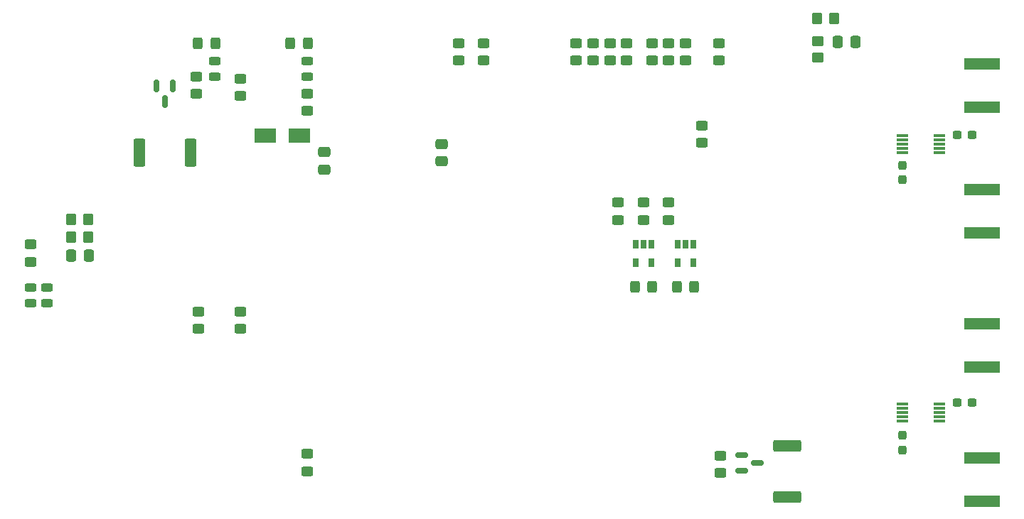
<source format=gbp>
G04 #@! TF.GenerationSoftware,KiCad,Pcbnew,6.0.2-378541a8eb~116~ubuntu20.04.1*
G04 #@! TF.CreationDate,2022-04-19T13:42:03-07:00*
G04 #@! TF.ProjectId,vfo-control-mcu,76666f2d-636f-46e7-9472-6f6c2d6d6375,rev?*
G04 #@! TF.SameCoordinates,Original*
G04 #@! TF.FileFunction,Paste,Bot*
G04 #@! TF.FilePolarity,Positive*
%FSLAX46Y46*%
G04 Gerber Fmt 4.6, Leading zero omitted, Abs format (unit mm)*
G04 Created by KiCad (PCBNEW 6.0.2-378541a8eb~116~ubuntu20.04.1) date 2022-04-19 13:42:03*
%MOMM*%
%LPD*%
G01*
G04 APERTURE LIST*
G04 Aperture macros list*
%AMRoundRect*
0 Rectangle with rounded corners*
0 $1 Rounding radius*
0 $2 $3 $4 $5 $6 $7 $8 $9 X,Y pos of 4 corners*
0 Add a 4 corners polygon primitive as box body*
4,1,4,$2,$3,$4,$5,$6,$7,$8,$9,$2,$3,0*
0 Add four circle primitives for the rounded corners*
1,1,$1+$1,$2,$3*
1,1,$1+$1,$4,$5*
1,1,$1+$1,$6,$7*
1,1,$1+$1,$8,$9*
0 Add four rect primitives between the rounded corners*
20,1,$1+$1,$2,$3,$4,$5,0*
20,1,$1+$1,$4,$5,$6,$7,0*
20,1,$1+$1,$6,$7,$8,$9,0*
20,1,$1+$1,$8,$9,$2,$3,0*%
G04 Aperture macros list end*
%ADD10R,4.200000X1.350000*%
%ADD11RoundRect,0.249999X0.325001X0.450001X-0.325001X0.450001X-0.325001X-0.450001X0.325001X-0.450001X0*%
%ADD12RoundRect,0.249999X-0.325001X-0.450001X0.325001X-0.450001X0.325001X0.450001X-0.325001X0.450001X0*%
%ADD13RoundRect,0.249999X0.450001X-0.325001X0.450001X0.325001X-0.450001X0.325001X-0.450001X-0.325001X0*%
%ADD14RoundRect,0.243750X0.456250X-0.243750X0.456250X0.243750X-0.456250X0.243750X-0.456250X-0.243750X0*%
%ADD15RoundRect,0.243750X-0.456250X0.243750X-0.456250X-0.243750X0.456250X-0.243750X0.456250X0.243750X0*%
%ADD16RoundRect,0.150000X-0.587500X-0.150000X0.587500X-0.150000X0.587500X0.150000X-0.587500X0.150000X0*%
%ADD17RoundRect,0.150000X-0.150000X0.587500X-0.150000X-0.587500X0.150000X-0.587500X0.150000X0.587500X0*%
%ADD18RoundRect,0.249999X1.425001X-0.450001X1.425001X0.450001X-1.425001X0.450001X-1.425001X-0.450001X0*%
%ADD19RoundRect,0.249999X-0.450001X0.325001X-0.450001X-0.325001X0.450001X-0.325001X0.450001X0.325001X0*%
%ADD20R,0.650000X1.060000*%
%ADD21RoundRect,0.250000X0.475000X-0.337500X0.475000X0.337500X-0.475000X0.337500X-0.475000X-0.337500X0*%
%ADD22RoundRect,0.250000X0.350000X0.450000X-0.350000X0.450000X-0.350000X-0.450000X0.350000X-0.450000X0*%
%ADD23RoundRect,0.249999X-0.450001X-1.425001X0.450001X-1.425001X0.450001X1.425001X-0.450001X1.425001X0*%
%ADD24R,1.450000X0.300000*%
%ADD25RoundRect,0.237500X-0.300000X-0.237500X0.300000X-0.237500X0.300000X0.237500X-0.300000X0.237500X0*%
%ADD26RoundRect,0.250000X-0.337500X-0.475000X0.337500X-0.475000X0.337500X0.475000X-0.337500X0.475000X0*%
%ADD27RoundRect,0.237500X-0.237500X0.300000X-0.237500X-0.300000X0.237500X-0.300000X0.237500X0.300000X0*%
%ADD28RoundRect,0.250000X-0.350000X-0.450000X0.350000X-0.450000X0.350000X0.450000X-0.350000X0.450000X0*%
%ADD29R,2.500000X1.700000*%
%ADD30RoundRect,0.250000X-0.450000X0.350000X-0.450000X-0.350000X0.450000X-0.350000X0.450000X0.350000X0*%
G04 APERTURE END LIST*
D10*
X206337500Y-71550000D03*
X206337500Y-66450000D03*
X206337500Y-118550000D03*
X206337500Y-113450000D03*
X206337500Y-86550000D03*
X206337500Y-81450000D03*
X206337500Y-102550000D03*
X206337500Y-97450000D03*
D11*
X126025000Y-64000000D03*
X123975000Y-64000000D03*
D12*
X169975000Y-93000000D03*
X172025000Y-93000000D03*
X164975000Y-93000000D03*
X167025000Y-93000000D03*
D13*
X173000000Y-75825000D03*
X173000000Y-73775000D03*
D14*
X126000000Y-67937500D03*
X126000000Y-66062500D03*
X115000000Y-67937500D03*
X115000000Y-66062500D03*
D15*
X93000000Y-93062500D03*
X93000000Y-94937500D03*
X95000000Y-93062500D03*
X95000000Y-94937500D03*
D16*
X177662500Y-114950000D03*
X177662500Y-113050000D03*
X179537500Y-114000000D03*
D17*
X108050000Y-69062500D03*
X109950000Y-69062500D03*
X109000000Y-70937500D03*
D18*
X183100000Y-118050000D03*
X183100000Y-111950000D03*
D13*
X112800000Y-70025000D03*
X112800000Y-67975000D03*
D19*
X175200000Y-113175000D03*
X175200000Y-115225000D03*
D13*
X164000000Y-66025000D03*
X164000000Y-63975000D03*
X162000000Y-66025000D03*
X162000000Y-63975000D03*
X160000000Y-66025000D03*
X160000000Y-63975000D03*
X158000000Y-66025000D03*
X158000000Y-63975000D03*
D19*
X169000000Y-63975000D03*
X169000000Y-66025000D03*
X171000000Y-63975000D03*
X171000000Y-66025000D03*
X118000000Y-95975000D03*
X118000000Y-98025000D03*
X113000000Y-95975000D03*
X113000000Y-98025000D03*
D13*
X126000000Y-72025000D03*
X126000000Y-69975000D03*
X118000000Y-70225000D03*
X118000000Y-68175000D03*
D19*
X126000000Y-112950000D03*
X126000000Y-115000000D03*
X147000000Y-63975000D03*
X147000000Y-66025000D03*
X144000000Y-63975000D03*
X144000000Y-66025000D03*
D13*
X169000000Y-85025000D03*
X169000000Y-82975000D03*
X166000000Y-85025000D03*
X166000000Y-82975000D03*
X163000000Y-85025000D03*
X163000000Y-82975000D03*
D20*
X170050000Y-87900000D03*
X171000000Y-87900000D03*
X171950000Y-87900000D03*
X171950000Y-90100000D03*
X170050000Y-90100000D03*
X165050000Y-87900000D03*
X166000000Y-87900000D03*
X166950000Y-87900000D03*
X166950000Y-90100000D03*
X165050000Y-90100000D03*
D19*
X93000000Y-87975000D03*
X93000000Y-90025000D03*
D21*
X128000000Y-79037500D03*
X128000000Y-76962500D03*
X142000000Y-78037500D03*
X142000000Y-75962500D03*
D19*
X175000000Y-63975000D03*
X175000000Y-66025000D03*
X167000000Y-63975000D03*
X167000000Y-66025000D03*
D11*
X115025000Y-64000000D03*
X112975000Y-64000000D03*
D22*
X99900000Y-85000000D03*
X97900000Y-85000000D03*
D23*
X105950000Y-77000000D03*
X112050000Y-77000000D03*
D24*
X196800000Y-109000000D03*
X196800000Y-108500000D03*
X196800000Y-108000000D03*
X196800000Y-107500000D03*
X196800000Y-107000000D03*
X201200000Y-107000000D03*
X201200000Y-107500000D03*
X201200000Y-108000000D03*
X201200000Y-108500000D03*
X201200000Y-109000000D03*
D25*
X203375000Y-74900000D03*
X205100000Y-74900000D03*
D26*
X189162500Y-63800000D03*
X191237500Y-63800000D03*
D27*
X196800000Y-78537500D03*
X196800000Y-80262500D03*
D28*
X97900000Y-87100000D03*
X99900000Y-87100000D03*
D29*
X125005000Y-75010000D03*
X121005000Y-75010000D03*
D25*
X203375000Y-106800000D03*
X205100000Y-106800000D03*
D22*
X188700000Y-61000000D03*
X186700000Y-61000000D03*
D30*
X186800000Y-63700000D03*
X186800000Y-65700000D03*
D26*
X97862500Y-89300000D03*
X99937500Y-89300000D03*
D24*
X196800000Y-77000000D03*
X196800000Y-76500000D03*
X196800000Y-76000000D03*
X196800000Y-75500000D03*
X196800000Y-75000000D03*
X201200000Y-75000000D03*
X201200000Y-75500000D03*
X201200000Y-76000000D03*
X201200000Y-76500000D03*
X201200000Y-77000000D03*
D27*
X196800000Y-110737500D03*
X196800000Y-112462500D03*
M02*

</source>
